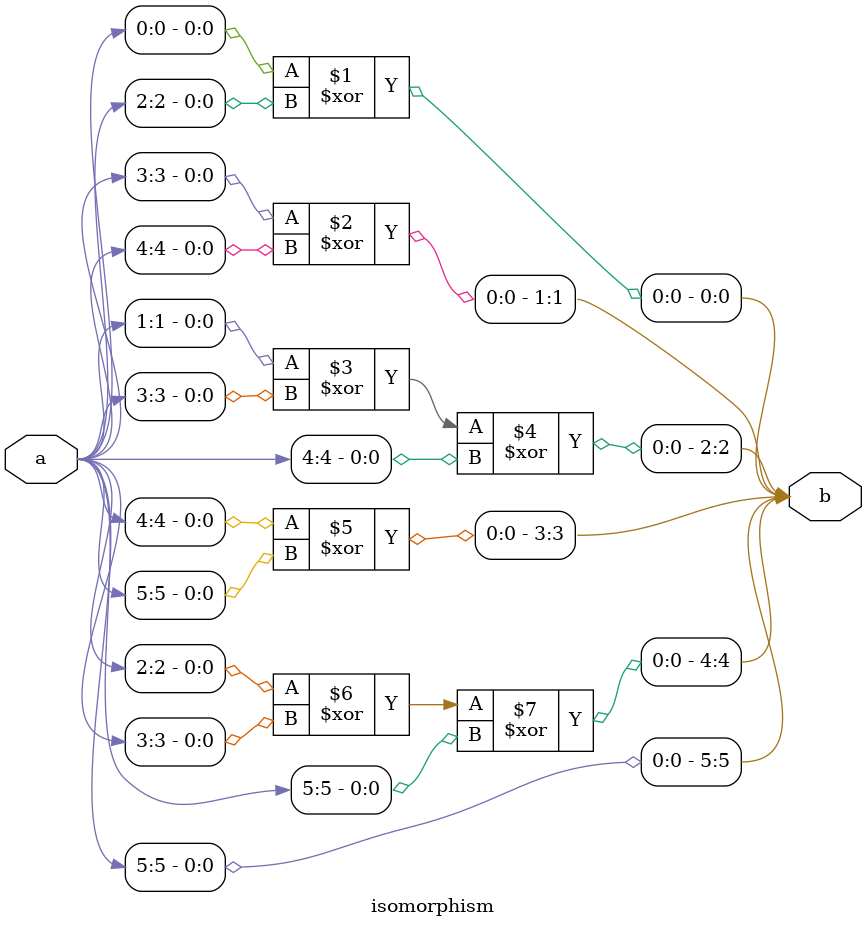
<source format=v>
`timescale 1ns/100ps
module SMS23_38_pp_1_1(x,y);
	 input [5:0] x;
	 output [5:0] y;
	 wire [5:0] w;
	 wire [5:0] p;
	 isomorphism C2 (x,w);
	 power_38 C3 (w,p);
	 inv_isomorphism C4 (p,y);
endmodule

module square_base(a,b);
	 input [1:0] a;
	 output [1:0] b;
	 assign b[0]=a[0]^a[1];
	 assign b[1]=a[1];
endmodule

module add_base(a,b,c);
	 input [1:0] a;
	 input [1:0] b;
	 output [1:0] c;
	 assign c[0]=a[0]^b[0];
	 assign c[1]=a[1]^b[1];
endmodule

module constant_multiplication_base_0(a,b);
	 input [1:0] a;
	 output [1:0] b;
	 assign b[0]=0;
	 assign b[1]=0;
endmodule

module constant_multiplication_base_1(a,b);
	 input [1:0] a;
	 output [1:0] b;
	 assign b[0]=a[0];
	 assign b[1]=a[1];
endmodule

module constant_multiplication_base_2(a,b);
	 input [1:0] a;
	 output [1:0] b;
	 assign b[0]=a[1];
	 assign b[1]=a[0]^a[1];
endmodule

module constant_multiplication_base_3(a,b);
	 input [1:0] a;
	 output [1:0] b;
	 assign b[0]=a[0]^a[1];
	 assign b[1]=a[0];
endmodule

module multiplication_base(a,b,c);
	 input [1:0] a;
	 input [1:0] b;
	 output [1:0] c;
	 wire t;
	 assign t=(a[1]&b[1]);
	 assign c[0]=(a[0]&b[0])^t;
	 assign c[1]=(a[0]&b[1])^(a[1]&b[0])^t;
endmodule

module multi_qube_base(a,b,c);
	 input [1:0] a;
	 input [1:0] b;
	 output [1:0] c;
	 wire t;
	 assign t=a[0]^(~a[0]&a[1]);
	 assign c[0]=t&b[0];
	 assign c[1]=t&b[1];
endmodule

module power_38(a,b);
	 input [5:0] a;
	 output [5:0] b;
	 wire [1:0] x_0;
	 wire [1:0] x_1;
	 wire [1:0] x_2;
	 wire [1:0] x_3;
	 wire [1:0] x_4;
	 wire [1:0] x_5;
	 wire [1:0] x_6;
	 wire [1:0] x_7;
	 wire [1:0] x_8;
	 wire [1:0] x_9;
	 wire [1:0] x_10;
	 wire [1:0] x_11;
	 wire [1:0] x_12;
	 wire [1:0] x_13;
	 wire [1:0] x_14;
	 wire [1:0] y_0;
	 wire [1:0] y_1;
	 wire [1:0] y_2;
	 wire [1:0] y_3;
	 wire [1:0] y_4;
	 wire [1:0] y_5;
	 wire [1:0] w_0_0;
	 wire [1:0] w_0_1;
	 wire [1:0] w_0_2;
	 wire [1:0] w_0_3;
	 wire [1:0] w_0_4;
	 wire [1:0] w_0_5;
	 wire [1:0] w_0_6;
	 wire [1:0] w_0_7;
	 wire [1:0] w_0_8;
	 wire [1:0] w_0_9;
	 wire [1:0] w_0_10;
	 wire [1:0] w_0_11;
	 wire [1:0] w_0_12;
	 wire [1:0] w_0_13;
	 wire [1:0] w_0_14;
	 wire [1:0] w_1_0;
	 wire [1:0] w_1_1;
	 wire [1:0] w_1_2;
	 wire [1:0] w_1_3;
	 wire [1:0] w_1_4;
	 wire [1:0] w_1_5;
	 wire [1:0] w_1_6;
	 wire [1:0] w_1_7;
	 wire [1:0] w_1_8;
	 wire [1:0] w_1_9;
	 wire [1:0] w_1_10;
	 wire [1:0] w_1_11;
	 wire [1:0] w_1_12;
	 wire [1:0] w_1_13;
	 wire [1:0] w_1_14;
	 wire [1:0] w_2_0;
	 wire [1:0] w_2_1;
	 wire [1:0] w_2_2;
	 wire [1:0] w_2_3;
	 wire [1:0] w_2_4;
	 wire [1:0] w_2_5;
	 wire [1:0] w_2_6;
	 wire [1:0] w_2_7;
	 wire [1:0] w_2_8;
	 wire [1:0] w_2_9;
	 wire [1:0] w_2_10;
	 wire [1:0] w_2_11;
	 wire [1:0] w_2_12;
	 wire [1:0] w_2_13;
	 wire [1:0] w_2_14;
	 wire [1:0] z_0_0;
	 wire [1:0] z_0_1;
	 wire [1:0] z_0_2;
	 wire [1:0] z_0_3;
	 wire [1:0] z_0_4;
	 wire [1:0] z_0_5;
	 wire [1:0] z_0_6;
	 wire [1:0] z_0_7;
	 wire [1:0] z_0_8;
	 wire [1:0] z_0_9;
	 wire [1:0] z_0_10;
	 wire [1:0] z_0_11;
	 wire [1:0] z_0_12;
	 wire [1:0] z_0_13;
	 wire [1:0] z_1_0;
	 wire [1:0] z_1_1;
	 wire [1:0] z_1_2;
	 wire [1:0] z_1_3;
	 wire [1:0] z_1_4;
	 wire [1:0] z_1_5;
	 wire [1:0] z_1_6;
	 wire [1:0] z_1_7;
	 wire [1:0] z_1_8;
	 wire [1:0] z_1_9;
	 wire [1:0] z_1_10;
	 wire [1:0] z_1_11;
	 wire [1:0] z_1_12;
	 wire [1:0] z_1_13;
	 wire [1:0] z_2_0;
	 wire [1:0] z_2_1;
	 wire [1:0] z_2_2;
	 wire [1:0] z_2_3;
	 wire [1:0] z_2_4;
	 wire [1:0] z_2_5;
	 wire [1:0] z_2_6;
	 wire [1:0] z_2_7;
	 wire [1:0] z_2_8;
	 wire [1:0] z_2_9;
	 wire [1:0] z_2_10;
	 wire [1:0] z_2_11;
	 wire [1:0] z_2_12;
	 wire [1:0] z_2_13;
	 assign y_0[0]=a[0];
	 assign y_0[1]=a[1];
	 assign y_1[0]=a[2];
	 assign y_1[1]=a[3];
	 assign y_2[0]=a[4];
	 assign y_2[1]=a[5];
	 square_base  SB1 (y_0,x_0);
	 square_base SB2 (y_1,x_1);
	 square_base SB3 (y_2,x_2);
	 multi_qube_base MQB1 (y_1,x_0,x_3);
	 multi_qube_base MQB2 (y_2,x_0,x_4);
	 multi_qube_base MQB3 (y_0,x_1,x_5);
	 multi_qube_base MQB4 (y_2,x_1,x_6);
	 multi_qube_base MQB5 (y_0,x_2,x_7);
	 multi_qube_base MQB6 (y_1,x_2,x_8);
	 multiplication_base MB1 (y_0,y_1,x_9);
	 multiplication_base MB2 (y_0,y_2,x_10);
	 multiplication_base MB3 (y_1,y_2,x_11);
	 multiplication_base MB4 (x_1,x_2,y_3);
	 multiplication_base MB5 (y_0,y_3,x_12);
	 multiplication_base MB6 (x_0,x_2,y_4);
	 multiplication_base MB7 (y_1,y_4,x_13);
	 multiplication_base MB8 (x_0,x_1,y_5);
	 multiplication_base MB9 (y_2,y_5,x_14);
	 constant_multiplication_base_1 MC00 (x_0,w_0_0);
	 constant_multiplication_base_0 MC01 (x_1,w_0_1);
	 constant_multiplication_base_3 MC02 (x_2,w_0_2);
	 constant_multiplication_base_1 MC03 (x_3,w_0_3);
	 constant_multiplication_base_0 MC04 (x_4,w_0_4);
	 constant_multiplication_base_2 MC05 (x_5,w_0_5);
	 constant_multiplication_base_1 MC06 (x_6,w_0_6);
	 constant_multiplication_base_2 MC07 (x_7,w_0_7);
	 constant_multiplication_base_1 MC08 (x_8,w_0_8);
	 constant_multiplication_base_3 MC09 (x_9,w_0_9);
	 constant_multiplication_base_3 MC010 (x_10,w_0_10);
	 constant_multiplication_base_0 MC011 (x_11,w_0_11);
	 constant_multiplication_base_2 MC012 (x_12,w_0_12);
	 constant_multiplication_base_3 MC013 (x_13,w_0_13);
	 constant_multiplication_base_0 MC014 (x_14,w_0_14);
	 constant_multiplication_base_0 MC10 (x_0,w_1_0);
	 constant_multiplication_base_1 MC11 (x_1,w_1_1);
	 constant_multiplication_base_1 MC12 (x_2,w_1_2);
	 constant_multiplication_base_0 MC13 (x_3,w_1_3);
	 constant_multiplication_base_2 MC14 (x_4,w_1_4);
	 constant_multiplication_base_0 MC15 (x_5,w_1_5);
	 constant_multiplication_base_0 MC16 (x_6,w_1_6);
	 constant_multiplication_base_2 MC17 (x_7,w_1_7);
	 constant_multiplication_base_3 MC18 (x_8,w_1_8);
	 constant_multiplication_base_1 MC19 (x_9,w_1_9);
	 constant_multiplication_base_2 MC110 (x_10,w_1_10);
	 constant_multiplication_base_1 MC111 (x_11,w_1_11);
	 constant_multiplication_base_2 MC112 (x_12,w_1_12);
	 constant_multiplication_base_2 MC113 (x_13,w_1_13);
	 constant_multiplication_base_2 MC114 (x_14,w_1_14);
	 constant_multiplication_base_0 MC20 (x_0,w_2_0);
	 constant_multiplication_base_3 MC21 (x_1,w_2_1);
	 constant_multiplication_base_1 MC22 (x_2,w_2_2);
	 constant_multiplication_base_2 MC23 (x_3,w_2_3);
	 constant_multiplication_base_0 MC24 (x_4,w_2_4);
	 constant_multiplication_base_2 MC25 (x_5,w_2_5);
	 constant_multiplication_base_1 MC26 (x_6,w_2_6);
	 constant_multiplication_base_0 MC27 (x_7,w_2_7);
	 constant_multiplication_base_3 MC28 (x_8,w_2_8);
	 constant_multiplication_base_2 MC29 (x_9,w_2_9);
	 constant_multiplication_base_1 MC210 (x_10,w_2_10);
	 constant_multiplication_base_2 MC211 (x_11,w_2_11);
	 constant_multiplication_base_2 MC212 (x_12,w_2_12);
	 constant_multiplication_base_1 MC213 (x_13,w_2_13);
	 constant_multiplication_base_2 MC214 (x_14,w_2_14);
	 add_base AB00 (w_0_0,w_0_1,z_0_0);
	 add_base AB01 (w_0_2,z_0_0,z_0_1);
	 add_base AB02 (w_0_3,z_0_1,z_0_2);
	 add_base AB03 (w_0_4,z_0_2,z_0_3);
	 add_base AB04 (w_0_5,z_0_3,z_0_4);
	 add_base AB05 (w_0_6,z_0_4,z_0_5);
	 add_base AB06 (w_0_7,z_0_5,z_0_6);
	 add_base AB07 (w_0_8,z_0_6,z_0_7);
	 add_base AB08 (w_0_9,z_0_7,z_0_8);
	 add_base AB09 (w_0_10,z_0_8,z_0_9);
	 add_base AB010 (w_0_11,z_0_9,z_0_10);
	 add_base AB011 (w_0_12,z_0_10,z_0_11);
	 add_base AB012 (w_0_13,z_0_11,z_0_12);
	 add_base AB013 (w_0_14,z_0_12,z_0_13);
	 add_base AB10 (w_1_0,w_1_1,z_1_0);
	 add_base AB11 (w_1_2,z_1_0,z_1_1);
	 add_base AB12 (w_1_3,z_1_1,z_1_2);
	 add_base AB13 (w_1_4,z_1_2,z_1_3);
	 add_base AB14 (w_1_5,z_1_3,z_1_4);
	 add_base AB15 (w_1_6,z_1_4,z_1_5);
	 add_base AB16 (w_1_7,z_1_5,z_1_6);
	 add_base AB17 (w_1_8,z_1_6,z_1_7);
	 add_base AB18 (w_1_9,z_1_7,z_1_8);
	 add_base AB19 (w_1_10,z_1_8,z_1_9);
	 add_base AB110 (w_1_11,z_1_9,z_1_10);
	 add_base AB111 (w_1_12,z_1_10,z_1_11);
	 add_base AB112 (w_1_13,z_1_11,z_1_12);
	 add_base AB113 (w_1_14,z_1_12,z_1_13);
	 add_base AB20 (w_2_0,w_2_1,z_2_0);
	 add_base AB21 (w_2_2,z_2_0,z_2_1);
	 add_base AB22 (w_2_3,z_2_1,z_2_2);
	 add_base AB23 (w_2_4,z_2_2,z_2_3);
	 add_base AB24 (w_2_5,z_2_3,z_2_4);
	 add_base AB25 (w_2_6,z_2_4,z_2_5);
	 add_base AB26 (w_2_7,z_2_5,z_2_6);
	 add_base AB27 (w_2_8,z_2_6,z_2_7);
	 add_base AB28 (w_2_9,z_2_7,z_2_8);
	 add_base AB29 (w_2_10,z_2_8,z_2_9);
	 add_base AB210 (w_2_11,z_2_9,z_2_10);
	 add_base AB211 (w_2_12,z_2_10,z_2_11);
	 add_base AB212 (w_2_13,z_2_11,z_2_12);
	 add_base AB213 (w_2_14,z_2_12,z_2_13);
	 assign b[0]=z_0_13[0];
	 assign b[1]=z_0_13[1];
	 assign b[2]=z_1_13[0];
	 assign b[3]=z_1_13[1];
	 assign b[4]=z_2_13[0];
	 assign b[5]=z_2_13[1];
endmodule

module inv_isomorphism(a,b);
	 input [5:0] a;
	 output [5:0] b;
	 assign b[0]=a[0]^a[1]^a[2]^a[3]^a[5];
	 assign b[1]=a[3]^a[4]^a[5];
	 assign b[2]=a[0]^a[4];
	 assign b[3]=a[2]^a[4]^a[5];
	 assign b[4]=a[4];
	 assign b[5]=a[0]^a[4]^a[5];
endmodule

module isomorphism(a,b);
	 input [5:0] a;
	 output [5:0] b;
	 assign b[0]=a[0]^a[2];
	 assign b[1]=a[3]^a[4];
	 assign b[2]=a[1]^a[3]^a[4];
	 assign b[3]=a[4]^a[5];
	 assign b[4]=a[2]^a[3]^a[5];
	 assign b[5]=a[5];
endmodule


</source>
